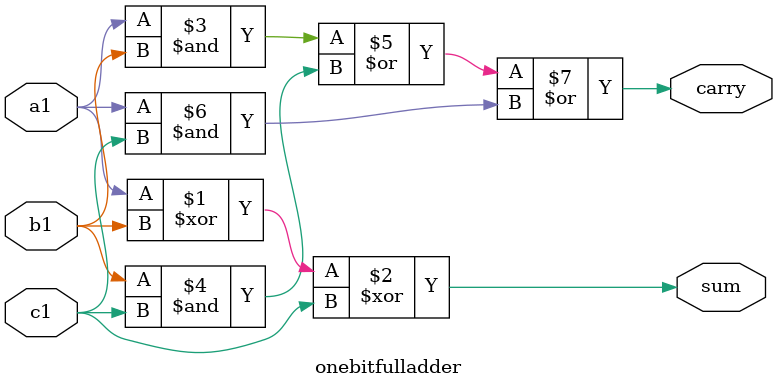
<source format=v>
`timescale 1ns / 1ps


module onebitfulladder(
    input a1,
    input b1,
    input c1,
    output sum,
    output carry
    );
    
    assign sum = a1^b1^c1;
    assign carry = (a1&b1) | (b1&c1) | (a1&c1);
endmodule

</source>
